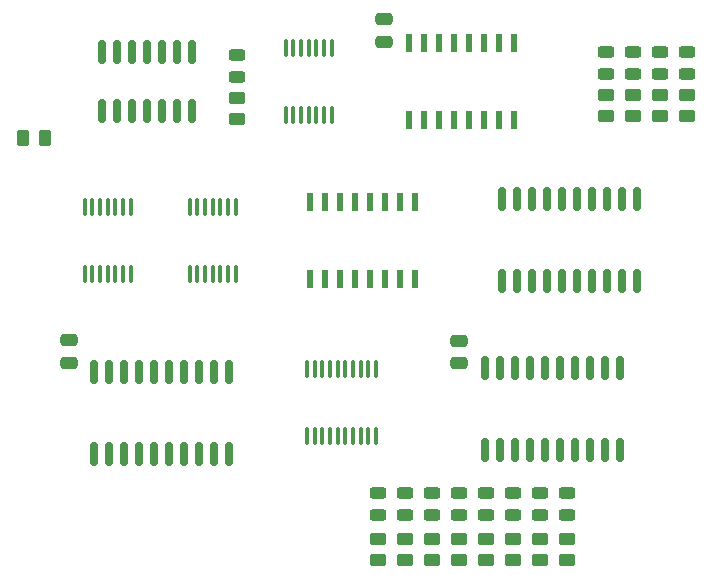
<source format=gbr>
%TF.GenerationSoftware,KiCad,Pcbnew,(6.0.0-0)*%
%TF.CreationDate,2022-02-14T21:23:04-05:00*%
%TF.ProjectId,new-interrupt-handler,6e65772d-696e-4746-9572-727570742d68,rev?*%
%TF.SameCoordinates,Original*%
%TF.FileFunction,Paste,Top*%
%TF.FilePolarity,Positive*%
%FSLAX46Y46*%
G04 Gerber Fmt 4.6, Leading zero omitted, Abs format (unit mm)*
G04 Created by KiCad (PCBNEW (6.0.0-0)) date 2022-02-14 21:23:04*
%MOMM*%
%LPD*%
G01*
G04 APERTURE LIST*
G04 Aperture macros list*
%AMRoundRect*
0 Rectangle with rounded corners*
0 $1 Rounding radius*
0 $2 $3 $4 $5 $6 $7 $8 $9 X,Y pos of 4 corners*
0 Add a 4 corners polygon primitive as box body*
4,1,4,$2,$3,$4,$5,$6,$7,$8,$9,$2,$3,0*
0 Add four circle primitives for the rounded corners*
1,1,$1+$1,$2,$3*
1,1,$1+$1,$4,$5*
1,1,$1+$1,$6,$7*
1,1,$1+$1,$8,$9*
0 Add four rect primitives between the rounded corners*
20,1,$1+$1,$2,$3,$4,$5,0*
20,1,$1+$1,$4,$5,$6,$7,0*
20,1,$1+$1,$6,$7,$8,$9,0*
20,1,$1+$1,$8,$9,$2,$3,0*%
G04 Aperture macros list end*
%ADD10RoundRect,0.150000X0.150000X-0.825000X0.150000X0.825000X-0.150000X0.825000X-0.150000X-0.825000X0*%
%ADD11RoundRect,0.250000X-0.450000X0.262500X-0.450000X-0.262500X0.450000X-0.262500X0.450000X0.262500X0*%
%ADD12RoundRect,0.137500X0.137500X-0.662500X0.137500X0.662500X-0.137500X0.662500X-0.137500X-0.662500X0*%
%ADD13RoundRect,0.150000X0.150000X-0.837500X0.150000X0.837500X-0.150000X0.837500X-0.150000X-0.837500X0*%
%ADD14RoundRect,0.243750X0.456250X-0.243750X0.456250X0.243750X-0.456250X0.243750X-0.456250X-0.243750X0*%
%ADD15RoundRect,0.100000X0.100000X-0.637500X0.100000X0.637500X-0.100000X0.637500X-0.100000X-0.637500X0*%
%ADD16RoundRect,0.250000X-0.262500X-0.450000X0.262500X-0.450000X0.262500X0.450000X-0.262500X0.450000X0*%
%ADD17RoundRect,0.250000X0.475000X-0.250000X0.475000X0.250000X-0.475000X0.250000X-0.475000X-0.250000X0*%
G04 APERTURE END LIST*
D10*
%TO.C,U5*%
X98044000Y-87819000D03*
X99314000Y-87819000D03*
X100584000Y-87819000D03*
X101854000Y-87819000D03*
X103124000Y-87819000D03*
X104394000Y-87819000D03*
X105664000Y-87819000D03*
X105664000Y-82869000D03*
X104394000Y-82869000D03*
X103124000Y-82869000D03*
X101854000Y-82869000D03*
X100584000Y-82869000D03*
X99314000Y-82869000D03*
X98044000Y-82869000D03*
%TD*%
D11*
%TO.C,R1*%
X109474000Y-86717500D03*
X109474000Y-88542500D03*
%TD*%
D12*
%TO.C,U6*%
X115697000Y-102056000D03*
X116967000Y-102056000D03*
X118237000Y-102056000D03*
X119507000Y-102056000D03*
X120777000Y-102056000D03*
X122047000Y-102056000D03*
X123317000Y-102056000D03*
X124587000Y-102056000D03*
X124587000Y-95556000D03*
X123317000Y-95556000D03*
X122047000Y-95556000D03*
X120777000Y-95556000D03*
X119507000Y-95556000D03*
X118237000Y-95556000D03*
X116967000Y-95556000D03*
X115697000Y-95556000D03*
%TD*%
D13*
%TO.C,U9*%
X130545000Y-116568500D03*
X131815000Y-116568500D03*
X133085000Y-116568500D03*
X134355000Y-116568500D03*
X135625000Y-116568500D03*
X136895000Y-116568500D03*
X138165000Y-116568500D03*
X139435000Y-116568500D03*
X140705000Y-116568500D03*
X141975000Y-116568500D03*
X141975000Y-109643500D03*
X140705000Y-109643500D03*
X139435000Y-109643500D03*
X138165000Y-109643500D03*
X136895000Y-109643500D03*
X135625000Y-109643500D03*
X134355000Y-109643500D03*
X133085000Y-109643500D03*
X131815000Y-109643500D03*
X130545000Y-109643500D03*
%TD*%
%TO.C,U3*%
X97417000Y-116872500D03*
X98687000Y-116872500D03*
X99957000Y-116872500D03*
X101227000Y-116872500D03*
X102497000Y-116872500D03*
X103767000Y-116872500D03*
X105037000Y-116872500D03*
X106307000Y-116872500D03*
X107577000Y-116872500D03*
X108847000Y-116872500D03*
X108847000Y-109947500D03*
X107577000Y-109947500D03*
X106307000Y-109947500D03*
X105037000Y-109947500D03*
X103767000Y-109947500D03*
X102497000Y-109947500D03*
X101227000Y-109947500D03*
X99957000Y-109947500D03*
X98687000Y-109947500D03*
X97417000Y-109947500D03*
%TD*%
D14*
%TO.C,D7*%
X123698000Y-122095500D03*
X123698000Y-120220500D03*
%TD*%
%TO.C,D1*%
X109474000Y-85011500D03*
X109474000Y-83136500D03*
%TD*%
D11*
%TO.C,R3*%
X145288000Y-86463500D03*
X145288000Y-88288500D03*
%TD*%
D15*
%TO.C,U4*%
X105492000Y-101668500D03*
X106142000Y-101668500D03*
X106792000Y-101668500D03*
X107442000Y-101668500D03*
X108092000Y-101668500D03*
X108742000Y-101668500D03*
X109392000Y-101668500D03*
X109392000Y-95943500D03*
X108742000Y-95943500D03*
X108092000Y-95943500D03*
X107442000Y-95943500D03*
X106792000Y-95943500D03*
X106142000Y-95943500D03*
X105492000Y-95943500D03*
%TD*%
D14*
%TO.C,D11*%
X132842000Y-122095500D03*
X132842000Y-120220500D03*
%TD*%
%TO.C,D13*%
X137414000Y-122095500D03*
X137414000Y-120220500D03*
%TD*%
D16*
%TO.C,R14*%
X91393000Y-90170000D03*
X93218000Y-90170000D03*
%TD*%
D11*
%TO.C,R12*%
X135128000Y-124055500D03*
X135128000Y-125880500D03*
%TD*%
D17*
%TO.C,C2*%
X128270000Y-109220000D03*
X128270000Y-107320000D03*
%TD*%
D11*
%TO.C,R2*%
X147574000Y-86463500D03*
X147574000Y-88288500D03*
%TD*%
D14*
%TO.C,D6*%
X121412000Y-122095500D03*
X121412000Y-120220500D03*
%TD*%
%TO.C,D10*%
X130556000Y-122095500D03*
X130556000Y-120220500D03*
%TD*%
%TO.C,D3*%
X145288000Y-84757500D03*
X145288000Y-82882500D03*
%TD*%
D15*
%TO.C,U10*%
X115439000Y-115384500D03*
X116089000Y-115384500D03*
X116739000Y-115384500D03*
X117389000Y-115384500D03*
X118039000Y-115384500D03*
X118689000Y-115384500D03*
X119339000Y-115384500D03*
X119989000Y-115384500D03*
X120639000Y-115384500D03*
X121289000Y-115384500D03*
X121289000Y-109659500D03*
X120639000Y-109659500D03*
X119989000Y-109659500D03*
X119339000Y-109659500D03*
X118689000Y-109659500D03*
X118039000Y-109659500D03*
X117389000Y-109659500D03*
X116739000Y-109659500D03*
X116089000Y-109659500D03*
X115439000Y-109659500D03*
%TD*%
D11*
%TO.C,R10*%
X130556000Y-124055500D03*
X130556000Y-125880500D03*
%TD*%
%TO.C,R7*%
X123698000Y-124055500D03*
X123698000Y-125880500D03*
%TD*%
%TO.C,R9*%
X128270000Y-124055500D03*
X128270000Y-125880500D03*
%TD*%
%TO.C,R6*%
X121412000Y-124055500D03*
X121412000Y-125880500D03*
%TD*%
D14*
%TO.C,D5*%
X140716000Y-84757500D03*
X140716000Y-82882500D03*
%TD*%
D17*
%TO.C,C3*%
X121920000Y-81976000D03*
X121920000Y-80076000D03*
%TD*%
D13*
%TO.C,U7*%
X131965000Y-102258500D03*
X133235000Y-102258500D03*
X134505000Y-102258500D03*
X135775000Y-102258500D03*
X137045000Y-102258500D03*
X138315000Y-102258500D03*
X139585000Y-102258500D03*
X140855000Y-102258500D03*
X142125000Y-102258500D03*
X143395000Y-102258500D03*
X143395000Y-95333500D03*
X142125000Y-95333500D03*
X140855000Y-95333500D03*
X139585000Y-95333500D03*
X138315000Y-95333500D03*
X137045000Y-95333500D03*
X135775000Y-95333500D03*
X134505000Y-95333500D03*
X133235000Y-95333500D03*
X131965000Y-95333500D03*
%TD*%
D17*
%TO.C,C1*%
X95250000Y-109154000D03*
X95250000Y-107254000D03*
%TD*%
D14*
%TO.C,D12*%
X135128000Y-122095500D03*
X135128000Y-120220500D03*
%TD*%
%TO.C,D4*%
X143002000Y-84757500D03*
X143002000Y-82882500D03*
%TD*%
D15*
%TO.C,U2*%
X96602000Y-101668500D03*
X97252000Y-101668500D03*
X97902000Y-101668500D03*
X98552000Y-101668500D03*
X99202000Y-101668500D03*
X99852000Y-101668500D03*
X100502000Y-101668500D03*
X100502000Y-95943500D03*
X99852000Y-95943500D03*
X99202000Y-95943500D03*
X98552000Y-95943500D03*
X97902000Y-95943500D03*
X97252000Y-95943500D03*
X96602000Y-95943500D03*
%TD*%
D11*
%TO.C,R5*%
X140716000Y-86463500D03*
X140716000Y-88288500D03*
%TD*%
D14*
%TO.C,D8*%
X125984000Y-122095500D03*
X125984000Y-120220500D03*
%TD*%
D11*
%TO.C,R11*%
X132842000Y-124055500D03*
X132842000Y-125880500D03*
%TD*%
%TO.C,R4*%
X143002000Y-86463500D03*
X143002000Y-88288500D03*
%TD*%
D15*
%TO.C,U1*%
X113620000Y-88206500D03*
X114270000Y-88206500D03*
X114920000Y-88206500D03*
X115570000Y-88206500D03*
X116220000Y-88206500D03*
X116870000Y-88206500D03*
X117520000Y-88206500D03*
X117520000Y-82481500D03*
X116870000Y-82481500D03*
X116220000Y-82481500D03*
X115570000Y-82481500D03*
X114920000Y-82481500D03*
X114270000Y-82481500D03*
X113620000Y-82481500D03*
%TD*%
D11*
%TO.C,R13*%
X137414000Y-124055500D03*
X137414000Y-125880500D03*
%TD*%
D14*
%TO.C,D2*%
X147574000Y-84757500D03*
X147574000Y-82882500D03*
%TD*%
%TO.C,D9*%
X128270000Y-122095500D03*
X128270000Y-120220500D03*
%TD*%
D12*
%TO.C,U8*%
X124079000Y-88594000D03*
X125349000Y-88594000D03*
X126619000Y-88594000D03*
X127889000Y-88594000D03*
X129159000Y-88594000D03*
X130429000Y-88594000D03*
X131699000Y-88594000D03*
X132969000Y-88594000D03*
X132969000Y-82094000D03*
X131699000Y-82094000D03*
X130429000Y-82094000D03*
X129159000Y-82094000D03*
X127889000Y-82094000D03*
X126619000Y-82094000D03*
X125349000Y-82094000D03*
X124079000Y-82094000D03*
%TD*%
D11*
%TO.C,R8*%
X125984000Y-124055500D03*
X125984000Y-125880500D03*
%TD*%
M02*

</source>
